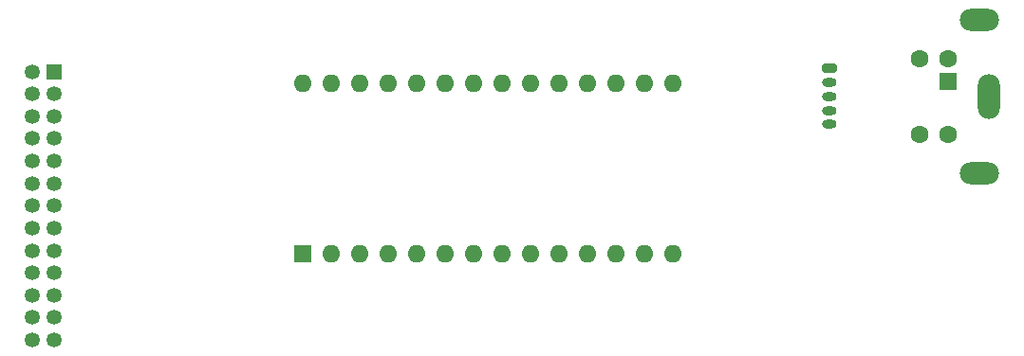
<source format=gbr>
G04 #@! TF.GenerationSoftware,KiCad,Pcbnew,7.0.7-146-g6b43bb8fe3*
G04 #@! TF.CreationDate,2023-09-29T14:39:13+01:00*
G04 #@! TF.ProjectId,Econet_A4,45636f6e-6574-45f4-9134-2e6b69636164,01*
G04 #@! TF.SameCoordinates,Original*
G04 #@! TF.FileFunction,Soldermask,Bot*
G04 #@! TF.FilePolarity,Negative*
%FSLAX46Y46*%
G04 Gerber Fmt 4.6, Leading zero omitted, Abs format (unit mm)*
G04 Created by KiCad (PCBNEW 7.0.7-146-g6b43bb8fe3) date 2023-09-29 14:39:13*
%MOMM*%
%LPD*%
G01*
G04 APERTURE LIST*
G04 Aperture macros list*
%AMRoundRect*
0 Rectangle with rounded corners*
0 $1 Rounding radius*
0 $2 $3 $4 $5 $6 $7 $8 $9 X,Y pos of 4 corners*
0 Add a 4 corners polygon primitive as box body*
4,1,4,$2,$3,$4,$5,$6,$7,$8,$9,$2,$3,0*
0 Add four circle primitives for the rounded corners*
1,1,$1+$1,$2,$3*
1,1,$1+$1,$4,$5*
1,1,$1+$1,$6,$7*
1,1,$1+$1,$8,$9*
0 Add four rect primitives between the rounded corners*
20,1,$1+$1,$2,$3,$4,$5,0*
20,1,$1+$1,$4,$5,$6,$7,0*
20,1,$1+$1,$6,$7,$8,$9,0*
20,1,$1+$1,$8,$9,$2,$3,0*%
G04 Aperture macros list end*
%ADD10RoundRect,0.200000X-0.450000X0.200000X-0.450000X-0.200000X0.450000X-0.200000X0.450000X0.200000X0*%
%ADD11O,1.300000X0.800000*%
%ADD12R,1.350000X1.350000*%
%ADD13C,1.350000*%
%ADD14R,1.600000X1.600000*%
%ADD15O,1.600000X1.600000*%
%ADD16C,1.600000*%
%ADD17O,3.500000X2.000000*%
%ADD18O,2.000000X4.000000*%
G04 APERTURE END LIST*
D10*
X206607000Y-102745000D03*
D11*
X206607000Y-103995000D03*
X206607000Y-105245000D03*
X206607000Y-106495000D03*
X206607000Y-107745000D03*
D12*
X137475000Y-103029000D03*
D13*
X135475000Y-103029000D03*
X137475000Y-105029000D03*
X135475000Y-105029000D03*
X137475000Y-107029000D03*
X135475000Y-107029000D03*
X137475000Y-109029000D03*
X135475000Y-109029000D03*
X137475000Y-111029000D03*
X135475000Y-111029000D03*
X137475000Y-113029000D03*
X135475000Y-113029000D03*
X137475000Y-115029000D03*
X135475000Y-115029000D03*
X137475000Y-117029000D03*
X135475000Y-117029000D03*
X137475000Y-119029000D03*
X135475000Y-119029000D03*
X137475000Y-121029000D03*
X135475000Y-121029000D03*
X137475000Y-123029000D03*
X135475000Y-123029000D03*
X137475000Y-125029000D03*
X135475000Y-125029000D03*
X137475000Y-127029000D03*
X135475000Y-127029000D03*
D14*
X159615000Y-119347000D03*
D15*
X162155000Y-119347000D03*
X164695000Y-119347000D03*
X167235000Y-119347000D03*
X169775000Y-119347000D03*
X172315000Y-119347000D03*
X174855000Y-119347000D03*
X177395000Y-119347000D03*
X179935000Y-119347000D03*
X182475000Y-119347000D03*
X185015000Y-119347000D03*
X187555000Y-119347000D03*
X190095000Y-119347000D03*
X192635000Y-119347000D03*
X192635000Y-104107000D03*
X190095000Y-104107000D03*
X187555000Y-104107000D03*
X185015000Y-104107000D03*
X182475000Y-104107000D03*
X179935000Y-104107000D03*
X177395000Y-104107000D03*
X174855000Y-104107000D03*
X172315000Y-104107000D03*
X169775000Y-104107000D03*
X167235000Y-104107000D03*
X164695000Y-104107000D03*
X162155000Y-104107000D03*
X159615000Y-104107000D03*
D14*
X217169000Y-103945000D03*
D16*
X217169000Y-101845000D03*
X217169000Y-108645000D03*
X214669000Y-101845000D03*
X214669000Y-108645000D03*
D17*
X220019000Y-112095000D03*
D18*
X220819000Y-105245000D03*
D17*
X220019000Y-98395000D03*
M02*

</source>
